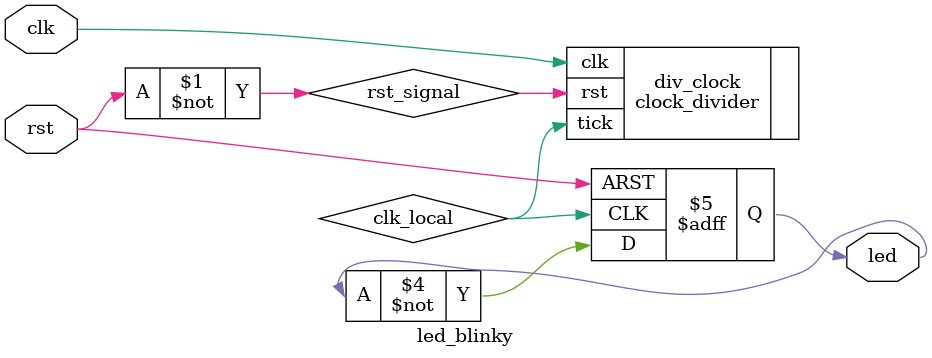
<source format=sv>
module led_blinky(
    //Inputs
    input       clk,
    input		rst,

    //Outputs
    output reg      led
);

    // Internal signals
	wire rst_signal;
    wire clk_local;
	
	//Invert active-low button
	assign rst_signal = ~rst;
    
    clock_divider div_clock (
        .clk(clk),
        .rst(rst_signal),
        .tick(clk_local)
    );

    always @ (posedge clk_local or posedge rst_signal) begin
        if (rst_signal == 1'b1)
            led <= 1'b0;
        else
            led <= ~led;
    end

endmodule

</source>
